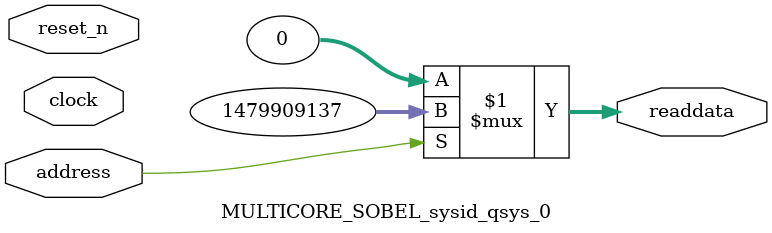
<source format=v>

`timescale 1ns / 1ps
// synthesis translate_on

// turn off superfluous verilog processor warnings 
// altera message_level Level1 
// altera message_off 10034 10035 10036 10037 10230 10240 10030 

module MULTICORE_SOBEL_sysid_qsys_0 (
               // inputs:
                address,
                clock,
                reset_n,

               // outputs:
                readdata
             )
;

  output  [ 31: 0] readdata;
  input            address;
  input            clock;
  input            reset_n;

  wire    [ 31: 0] readdata;
  //control_slave, which is an e_avalon_slave
  assign readdata = address ? 1479909137 : 0;

endmodule




</source>
